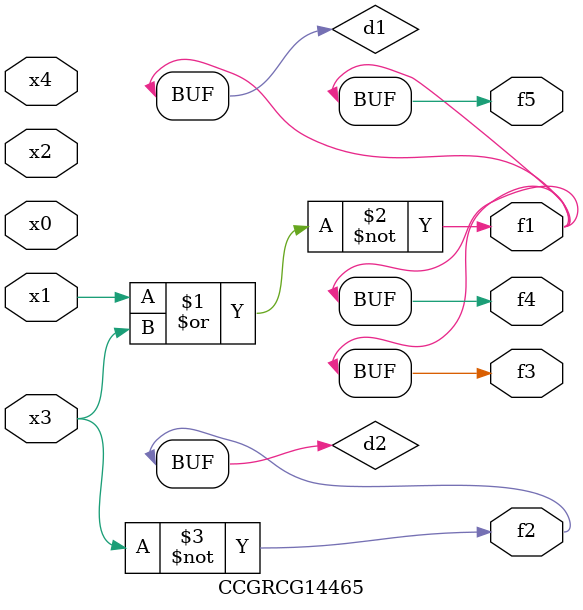
<source format=v>
module CCGRCG14465(
	input x0, x1, x2, x3, x4,
	output f1, f2, f3, f4, f5
);

	wire d1, d2;

	nor (d1, x1, x3);
	not (d2, x3);
	assign f1 = d1;
	assign f2 = d2;
	assign f3 = d1;
	assign f4 = d1;
	assign f5 = d1;
endmodule

</source>
